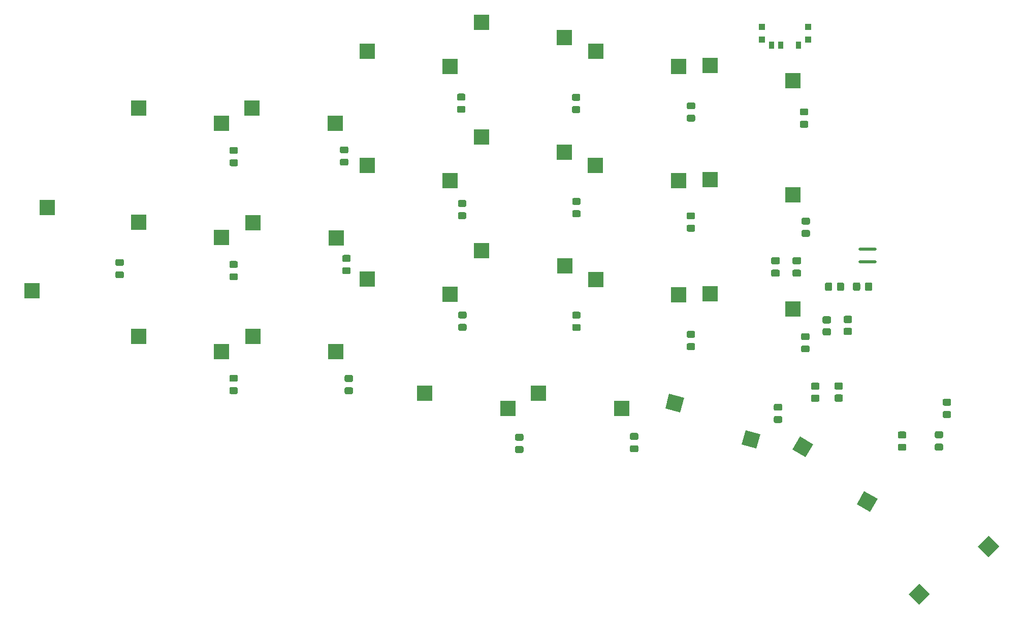
<source format=gtp>
G04 #@! TF.GenerationSoftware,KiCad,Pcbnew,(5.1.10)-1*
G04 #@! TF.CreationDate,2021-10-25T12:29:25+03:00*
G04 #@! TF.ProjectId,main_pcb,6d61696e-5f70-4636-922e-6b696361645f,rev?*
G04 #@! TF.SameCoordinates,Original*
G04 #@! TF.FileFunction,Paste,Top*
G04 #@! TF.FilePolarity,Positive*
%FSLAX46Y46*%
G04 Gerber Fmt 4.6, Leading zero omitted, Abs format (unit mm)*
G04 Created by KiCad (PCBNEW (5.1.10)-1) date 2021-10-25 12:29:25*
%MOMM*%
%LPD*%
G01*
G04 APERTURE LIST*
%ADD10R,0.900000X1.300000*%
%ADD11R,1.000000X1.000000*%
%ADD12C,0.100000*%
%ADD13R,2.550000X2.500000*%
%ADD14R,2.500000X2.550000*%
%ADD15O,3.000000X0.500000*%
G04 APERTURE END LIST*
D10*
X155255000Y-51072800D03*
X156755000Y-51072800D03*
X159755000Y-51072800D03*
D11*
X153655000Y-50122800D03*
X153655000Y-48022800D03*
X161355000Y-48022800D03*
X161355000Y-50122800D03*
G36*
G01*
X164890001Y-97517000D02*
X163989999Y-97517000D01*
G75*
G02*
X163740000Y-97267001I0J249999D01*
G01*
X163740000Y-96566999D01*
G75*
G02*
X163989999Y-96317000I249999J0D01*
G01*
X164890001Y-96317000D01*
G75*
G02*
X165140000Y-96566999I0J-249999D01*
G01*
X165140000Y-97267001D01*
G75*
G02*
X164890001Y-97517000I-249999J0D01*
G01*
G37*
G36*
G01*
X164890001Y-99517000D02*
X163989999Y-99517000D01*
G75*
G02*
X163740000Y-99267001I0J249999D01*
G01*
X163740000Y-98566999D01*
G75*
G02*
X163989999Y-98317000I249999J0D01*
G01*
X164890001Y-98317000D01*
G75*
G02*
X165140000Y-98566999I0J-249999D01*
G01*
X165140000Y-99267001D01*
G75*
G02*
X164890001Y-99517000I-249999J0D01*
G01*
G37*
G36*
G01*
X168395001Y-97440800D02*
X167494999Y-97440800D01*
G75*
G02*
X167245000Y-97190801I0J249999D01*
G01*
X167245000Y-96490799D01*
G75*
G02*
X167494999Y-96240800I249999J0D01*
G01*
X168395001Y-96240800D01*
G75*
G02*
X168645000Y-96490799I0J-249999D01*
G01*
X168645000Y-97190801D01*
G75*
G02*
X168395001Y-97440800I-249999J0D01*
G01*
G37*
G36*
G01*
X168395001Y-99440800D02*
X167494999Y-99440800D01*
G75*
G02*
X167245000Y-99190801I0J249999D01*
G01*
X167245000Y-98490799D01*
G75*
G02*
X167494999Y-98240800I249999J0D01*
G01*
X168395001Y-98240800D01*
G75*
G02*
X168645000Y-98490799I0J-249999D01*
G01*
X168645000Y-99190801D01*
G75*
G02*
X168395001Y-99440800I-249999J0D01*
G01*
G37*
G36*
G01*
X170809000Y-91813801D02*
X170809000Y-90913799D01*
G75*
G02*
X171058999Y-90663800I249999J0D01*
G01*
X171759001Y-90663800D01*
G75*
G02*
X172009000Y-90913799I0J-249999D01*
G01*
X172009000Y-91813801D01*
G75*
G02*
X171759001Y-92063800I-249999J0D01*
G01*
X171058999Y-92063800D01*
G75*
G02*
X170809000Y-91813801I0J249999D01*
G01*
G37*
G36*
G01*
X168809000Y-91813801D02*
X168809000Y-90913799D01*
G75*
G02*
X169058999Y-90663800I249999J0D01*
G01*
X169759001Y-90663800D01*
G75*
G02*
X170009000Y-90913799I0J-249999D01*
G01*
X170009000Y-91813801D01*
G75*
G02*
X169759001Y-92063800I-249999J0D01*
G01*
X169058999Y-92063800D01*
G75*
G02*
X168809000Y-91813801I0J249999D01*
G01*
G37*
G36*
G01*
X165335000Y-90939199D02*
X165335000Y-91839201D01*
G75*
G02*
X165085001Y-92089200I-249999J0D01*
G01*
X164384999Y-92089200D01*
G75*
G02*
X164135000Y-91839201I0J249999D01*
G01*
X164135000Y-90939199D01*
G75*
G02*
X164384999Y-90689200I249999J0D01*
G01*
X165085001Y-90689200D01*
G75*
G02*
X165335000Y-90939199I0J-249999D01*
G01*
G37*
G36*
G01*
X167335000Y-90939199D02*
X167335000Y-91839201D01*
G75*
G02*
X167085001Y-92089200I-249999J0D01*
G01*
X166384999Y-92089200D01*
G75*
G02*
X166135000Y-91839201I0J249999D01*
G01*
X166135000Y-90939199D01*
G75*
G02*
X166384999Y-90689200I249999J0D01*
G01*
X167085001Y-90689200D01*
G75*
G02*
X167335000Y-90939199I0J-249999D01*
G01*
G37*
G36*
G01*
X162959001Y-108591000D02*
X162058999Y-108591000D01*
G75*
G02*
X161809000Y-108341001I0J249999D01*
G01*
X161809000Y-107640999D01*
G75*
G02*
X162058999Y-107391000I249999J0D01*
G01*
X162959001Y-107391000D01*
G75*
G02*
X163209000Y-107640999I0J-249999D01*
G01*
X163209000Y-108341001D01*
G75*
G02*
X162959001Y-108591000I-249999J0D01*
G01*
G37*
G36*
G01*
X162959001Y-110591000D02*
X162058999Y-110591000D01*
G75*
G02*
X161809000Y-110341001I0J249999D01*
G01*
X161809000Y-109640999D01*
G75*
G02*
X162058999Y-109391000I249999J0D01*
G01*
X162959001Y-109391000D01*
G75*
G02*
X163209000Y-109640999I0J-249999D01*
G01*
X163209000Y-110341001D01*
G75*
G02*
X162959001Y-110591000I-249999J0D01*
G01*
G37*
G36*
G01*
X166871001Y-108566000D02*
X165970999Y-108566000D01*
G75*
G02*
X165721000Y-108316001I0J249999D01*
G01*
X165721000Y-107615999D01*
G75*
G02*
X165970999Y-107366000I249999J0D01*
G01*
X166871001Y-107366000D01*
G75*
G02*
X167121000Y-107615999I0J-249999D01*
G01*
X167121000Y-108316001D01*
G75*
G02*
X166871001Y-108566000I-249999J0D01*
G01*
G37*
G36*
G01*
X166871001Y-110566000D02*
X165970999Y-110566000D01*
G75*
G02*
X165721000Y-110316001I0J249999D01*
G01*
X165721000Y-109615999D01*
G75*
G02*
X165970999Y-109366000I249999J0D01*
G01*
X166871001Y-109366000D01*
G75*
G02*
X167121000Y-109615999I0J-249999D01*
G01*
X167121000Y-110316001D01*
G75*
G02*
X166871001Y-110566000I-249999J0D01*
G01*
G37*
D12*
G36*
X191445482Y-132918956D02*
G01*
X193213249Y-134686723D01*
X191410126Y-136489846D01*
X189642359Y-134722079D01*
X191445482Y-132918956D01*
G37*
G36*
X179856002Y-140916333D02*
G01*
X181623769Y-142684100D01*
X179820646Y-144487223D01*
X178052879Y-142719456D01*
X179856002Y-140916333D01*
G37*
G36*
X158710518Y-118554623D02*
G01*
X159960518Y-116389559D01*
X162168882Y-117664559D01*
X160918882Y-119829623D01*
X158710518Y-118554623D01*
G37*
G36*
X169434970Y-127679327D02*
G01*
X170684970Y-125514263D01*
X172893334Y-126789263D01*
X171643334Y-128954327D01*
X169434970Y-127679327D01*
G37*
G36*
X137524048Y-111690538D02*
G01*
X138171095Y-109275723D01*
X140634206Y-109935712D01*
X139987159Y-112350527D01*
X137524048Y-111690538D01*
G37*
G36*
X150244721Y-117728633D02*
G01*
X150891768Y-115313818D01*
X153354879Y-115973807D01*
X152707832Y-118388622D01*
X150244721Y-117728633D01*
G37*
D13*
X116392000Y-109195000D03*
X130242000Y-111735000D03*
X97418000Y-109195000D03*
X111268000Y-111735000D03*
X144967000Y-92583000D03*
X158817000Y-95123000D03*
X125922000Y-90200500D03*
X139772000Y-92740500D03*
X106897000Y-85399900D03*
X120747000Y-87939900D03*
X87817000Y-90106500D03*
X101667000Y-92646500D03*
X68767000Y-99695000D03*
X82617000Y-102235000D03*
X49717000Y-99695000D03*
X63567000Y-102235000D03*
X144967000Y-73533000D03*
X158817000Y-76073000D03*
X125854000Y-71120000D03*
X139704000Y-73660000D03*
X106867000Y-66357500D03*
X120717000Y-68897500D03*
X87817000Y-71120000D03*
X101667000Y-73660000D03*
X68830500Y-80708500D03*
X82680500Y-83248500D03*
X49717000Y-80645000D03*
X63567000Y-83185000D03*
D14*
X31940500Y-92015000D03*
X34480500Y-78165000D03*
D13*
X144967000Y-54483000D03*
X158817000Y-57023000D03*
X125917000Y-52070000D03*
X139767000Y-54610000D03*
X106867000Y-47244000D03*
X120717000Y-49784000D03*
X87817000Y-52070000D03*
X101667000Y-54610000D03*
X68640000Y-61595000D03*
X82490000Y-64135000D03*
X49717000Y-61595000D03*
X63567000Y-64135000D03*
D15*
X171196000Y-87249000D03*
X171196000Y-85090000D03*
G36*
G01*
X184905001Y-111234000D02*
X184004999Y-111234000D01*
G75*
G02*
X183755000Y-110984001I0J249999D01*
G01*
X183755000Y-110333999D01*
G75*
G02*
X184004999Y-110084000I249999J0D01*
G01*
X184905001Y-110084000D01*
G75*
G02*
X185155000Y-110333999I0J-249999D01*
G01*
X185155000Y-110984001D01*
G75*
G02*
X184905001Y-111234000I-249999J0D01*
G01*
G37*
G36*
G01*
X184905001Y-113284000D02*
X184004999Y-113284000D01*
G75*
G02*
X183755000Y-113034001I0J249999D01*
G01*
X183755000Y-112383999D01*
G75*
G02*
X184004999Y-112134000I249999J0D01*
G01*
X184905001Y-112134000D01*
G75*
G02*
X185155000Y-112383999I0J-249999D01*
G01*
X185155000Y-113034001D01*
G75*
G02*
X184905001Y-113284000I-249999J0D01*
G01*
G37*
G36*
G01*
X183584001Y-116669000D02*
X182683999Y-116669000D01*
G75*
G02*
X182434000Y-116419001I0J249999D01*
G01*
X182434000Y-115768999D01*
G75*
G02*
X182683999Y-115519000I249999J0D01*
G01*
X183584001Y-115519000D01*
G75*
G02*
X183834000Y-115768999I0J-249999D01*
G01*
X183834000Y-116419001D01*
G75*
G02*
X183584001Y-116669000I-249999J0D01*
G01*
G37*
G36*
G01*
X183584001Y-118719000D02*
X182683999Y-118719000D01*
G75*
G02*
X182434000Y-118469001I0J249999D01*
G01*
X182434000Y-117818999D01*
G75*
G02*
X182683999Y-117569000I249999J0D01*
G01*
X183584001Y-117569000D01*
G75*
G02*
X183834000Y-117818999I0J-249999D01*
G01*
X183834000Y-118469001D01*
G75*
G02*
X183584001Y-118719000I-249999J0D01*
G01*
G37*
G36*
G01*
X177437001Y-116695000D02*
X176536999Y-116695000D01*
G75*
G02*
X176287000Y-116445001I0J249999D01*
G01*
X176287000Y-115794999D01*
G75*
G02*
X176536999Y-115545000I249999J0D01*
G01*
X177437001Y-115545000D01*
G75*
G02*
X177687000Y-115794999I0J-249999D01*
G01*
X177687000Y-116445001D01*
G75*
G02*
X177437001Y-116695000I-249999J0D01*
G01*
G37*
G36*
G01*
X177437001Y-118745000D02*
X176536999Y-118745000D01*
G75*
G02*
X176287000Y-118495001I0J249999D01*
G01*
X176287000Y-117844999D01*
G75*
G02*
X176536999Y-117595000I249999J0D01*
G01*
X177437001Y-117595000D01*
G75*
G02*
X177687000Y-117844999I0J-249999D01*
G01*
X177687000Y-118495001D01*
G75*
G02*
X177437001Y-118745000I-249999J0D01*
G01*
G37*
G36*
G01*
X156762001Y-112072000D02*
X155861999Y-112072000D01*
G75*
G02*
X155612000Y-111822001I0J249999D01*
G01*
X155612000Y-111171999D01*
G75*
G02*
X155861999Y-110922000I249999J0D01*
G01*
X156762001Y-110922000D01*
G75*
G02*
X157012000Y-111171999I0J-249999D01*
G01*
X157012000Y-111822001D01*
G75*
G02*
X156762001Y-112072000I-249999J0D01*
G01*
G37*
G36*
G01*
X156762001Y-114122000D02*
X155861999Y-114122000D01*
G75*
G02*
X155612000Y-113872001I0J249999D01*
G01*
X155612000Y-113221999D01*
G75*
G02*
X155861999Y-112972000I249999J0D01*
G01*
X156762001Y-112972000D01*
G75*
G02*
X157012000Y-113221999I0J-249999D01*
G01*
X157012000Y-113872001D01*
G75*
G02*
X156762001Y-114122000I-249999J0D01*
G01*
G37*
G36*
G01*
X132784001Y-116949000D02*
X131883999Y-116949000D01*
G75*
G02*
X131634000Y-116699001I0J249999D01*
G01*
X131634000Y-116048999D01*
G75*
G02*
X131883999Y-115799000I249999J0D01*
G01*
X132784001Y-115799000D01*
G75*
G02*
X133034000Y-116048999I0J-249999D01*
G01*
X133034000Y-116699001D01*
G75*
G02*
X132784001Y-116949000I-249999J0D01*
G01*
G37*
G36*
G01*
X132784001Y-118999000D02*
X131883999Y-118999000D01*
G75*
G02*
X131634000Y-118749001I0J249999D01*
G01*
X131634000Y-118098999D01*
G75*
G02*
X131883999Y-117849000I249999J0D01*
G01*
X132784001Y-117849000D01*
G75*
G02*
X133034000Y-118098999I0J-249999D01*
G01*
X133034000Y-118749001D01*
G75*
G02*
X132784001Y-118999000I-249999J0D01*
G01*
G37*
G36*
G01*
X113632001Y-117076000D02*
X112731999Y-117076000D01*
G75*
G02*
X112482000Y-116826001I0J249999D01*
G01*
X112482000Y-116175999D01*
G75*
G02*
X112731999Y-115926000I249999J0D01*
G01*
X113632001Y-115926000D01*
G75*
G02*
X113882000Y-116175999I0J-249999D01*
G01*
X113882000Y-116826001D01*
G75*
G02*
X113632001Y-117076000I-249999J0D01*
G01*
G37*
G36*
G01*
X113632001Y-119126000D02*
X112731999Y-119126000D01*
G75*
G02*
X112482000Y-118876001I0J249999D01*
G01*
X112482000Y-118225999D01*
G75*
G02*
X112731999Y-117976000I249999J0D01*
G01*
X113632001Y-117976000D01*
G75*
G02*
X113882000Y-118225999I0J-249999D01*
G01*
X113882000Y-118876001D01*
G75*
G02*
X113632001Y-119126000I-249999J0D01*
G01*
G37*
G36*
G01*
X161308001Y-100286000D02*
X160407999Y-100286000D01*
G75*
G02*
X160158000Y-100036001I0J249999D01*
G01*
X160158000Y-99385999D01*
G75*
G02*
X160407999Y-99136000I249999J0D01*
G01*
X161308001Y-99136000D01*
G75*
G02*
X161558000Y-99385999I0J-249999D01*
G01*
X161558000Y-100036001D01*
G75*
G02*
X161308001Y-100286000I-249999J0D01*
G01*
G37*
G36*
G01*
X161308001Y-102336000D02*
X160407999Y-102336000D01*
G75*
G02*
X160158000Y-102086001I0J249999D01*
G01*
X160158000Y-101435999D01*
G75*
G02*
X160407999Y-101186000I249999J0D01*
G01*
X161308001Y-101186000D01*
G75*
G02*
X161558000Y-101435999I0J-249999D01*
G01*
X161558000Y-102086001D01*
G75*
G02*
X161308001Y-102336000I-249999J0D01*
G01*
G37*
G36*
G01*
X142233001Y-99905000D02*
X141332999Y-99905000D01*
G75*
G02*
X141083000Y-99655001I0J249999D01*
G01*
X141083000Y-99004999D01*
G75*
G02*
X141332999Y-98755000I249999J0D01*
G01*
X142233001Y-98755000D01*
G75*
G02*
X142483000Y-99004999I0J-249999D01*
G01*
X142483000Y-99655001D01*
G75*
G02*
X142233001Y-99905000I-249999J0D01*
G01*
G37*
G36*
G01*
X142233001Y-101955000D02*
X141332999Y-101955000D01*
G75*
G02*
X141083000Y-101705001I0J249999D01*
G01*
X141083000Y-101054999D01*
G75*
G02*
X141332999Y-100805000I249999J0D01*
G01*
X142233001Y-100805000D01*
G75*
G02*
X142483000Y-101054999I0J-249999D01*
G01*
X142483000Y-101705001D01*
G75*
G02*
X142233001Y-101955000I-249999J0D01*
G01*
G37*
G36*
G01*
X123157001Y-96705000D02*
X122256999Y-96705000D01*
G75*
G02*
X122007000Y-96455001I0J249999D01*
G01*
X122007000Y-95804999D01*
G75*
G02*
X122256999Y-95555000I249999J0D01*
G01*
X123157001Y-95555000D01*
G75*
G02*
X123407000Y-95804999I0J-249999D01*
G01*
X123407000Y-96455001D01*
G75*
G02*
X123157001Y-96705000I-249999J0D01*
G01*
G37*
G36*
G01*
X123157001Y-98755000D02*
X122256999Y-98755000D01*
G75*
G02*
X122007000Y-98505001I0J249999D01*
G01*
X122007000Y-97854999D01*
G75*
G02*
X122256999Y-97605000I249999J0D01*
G01*
X123157001Y-97605000D01*
G75*
G02*
X123407000Y-97854999I0J-249999D01*
G01*
X123407000Y-98505001D01*
G75*
G02*
X123157001Y-98755000I-249999J0D01*
G01*
G37*
G36*
G01*
X104158001Y-96679600D02*
X103257999Y-96679600D01*
G75*
G02*
X103008000Y-96429601I0J249999D01*
G01*
X103008000Y-95779599D01*
G75*
G02*
X103257999Y-95529600I249999J0D01*
G01*
X104158001Y-95529600D01*
G75*
G02*
X104408000Y-95779599I0J-249999D01*
G01*
X104408000Y-96429601D01*
G75*
G02*
X104158001Y-96679600I-249999J0D01*
G01*
G37*
G36*
G01*
X104158001Y-98729600D02*
X103257999Y-98729600D01*
G75*
G02*
X103008000Y-98479601I0J249999D01*
G01*
X103008000Y-97829599D01*
G75*
G02*
X103257999Y-97579600I249999J0D01*
G01*
X104158001Y-97579600D01*
G75*
G02*
X104408000Y-97829599I0J-249999D01*
G01*
X104408000Y-98479601D01*
G75*
G02*
X104158001Y-98729600I-249999J0D01*
G01*
G37*
G36*
G01*
X85209801Y-107271000D02*
X84309799Y-107271000D01*
G75*
G02*
X84059800Y-107021001I0J249999D01*
G01*
X84059800Y-106370999D01*
G75*
G02*
X84309799Y-106121000I249999J0D01*
G01*
X85209801Y-106121000D01*
G75*
G02*
X85459800Y-106370999I0J-249999D01*
G01*
X85459800Y-107021001D01*
G75*
G02*
X85209801Y-107271000I-249999J0D01*
G01*
G37*
G36*
G01*
X85209801Y-109321000D02*
X84309799Y-109321000D01*
G75*
G02*
X84059800Y-109071001I0J249999D01*
G01*
X84059800Y-108420999D01*
G75*
G02*
X84309799Y-108171000I249999J0D01*
G01*
X85209801Y-108171000D01*
G75*
G02*
X85459800Y-108420999I0J-249999D01*
G01*
X85459800Y-109071001D01*
G75*
G02*
X85209801Y-109321000I-249999J0D01*
G01*
G37*
G36*
G01*
X66007401Y-107246000D02*
X65107399Y-107246000D01*
G75*
G02*
X64857400Y-106996001I0J249999D01*
G01*
X64857400Y-106345999D01*
G75*
G02*
X65107399Y-106096000I249999J0D01*
G01*
X66007401Y-106096000D01*
G75*
G02*
X66257400Y-106345999I0J-249999D01*
G01*
X66257400Y-106996001D01*
G75*
G02*
X66007401Y-107246000I-249999J0D01*
G01*
G37*
G36*
G01*
X66007401Y-109296000D02*
X65107399Y-109296000D01*
G75*
G02*
X64857400Y-109046001I0J249999D01*
G01*
X64857400Y-108395999D01*
G75*
G02*
X65107399Y-108146000I249999J0D01*
G01*
X66007401Y-108146000D01*
G75*
G02*
X66257400Y-108395999I0J-249999D01*
G01*
X66257400Y-109046001D01*
G75*
G02*
X66007401Y-109296000I-249999J0D01*
G01*
G37*
G36*
G01*
X161384001Y-81007800D02*
X160483999Y-81007800D01*
G75*
G02*
X160234000Y-80757801I0J249999D01*
G01*
X160234000Y-80107799D01*
G75*
G02*
X160483999Y-79857800I249999J0D01*
G01*
X161384001Y-79857800D01*
G75*
G02*
X161634000Y-80107799I0J-249999D01*
G01*
X161634000Y-80757801D01*
G75*
G02*
X161384001Y-81007800I-249999J0D01*
G01*
G37*
G36*
G01*
X161384001Y-83057800D02*
X160483999Y-83057800D01*
G75*
G02*
X160234000Y-82807801I0J249999D01*
G01*
X160234000Y-82157799D01*
G75*
G02*
X160483999Y-81907800I249999J0D01*
G01*
X161384001Y-81907800D01*
G75*
G02*
X161634000Y-82157799I0J-249999D01*
G01*
X161634000Y-82807801D01*
G75*
G02*
X161384001Y-83057800I-249999J0D01*
G01*
G37*
G36*
G01*
X142233001Y-80144200D02*
X141332999Y-80144200D01*
G75*
G02*
X141083000Y-79894201I0J249999D01*
G01*
X141083000Y-79244199D01*
G75*
G02*
X141332999Y-78994200I249999J0D01*
G01*
X142233001Y-78994200D01*
G75*
G02*
X142483000Y-79244199I0J-249999D01*
G01*
X142483000Y-79894201D01*
G75*
G02*
X142233001Y-80144200I-249999J0D01*
G01*
G37*
G36*
G01*
X142233001Y-82194200D02*
X141332999Y-82194200D01*
G75*
G02*
X141083000Y-81944201I0J249999D01*
G01*
X141083000Y-81294199D01*
G75*
G02*
X141332999Y-81044200I249999J0D01*
G01*
X142233001Y-81044200D01*
G75*
G02*
X142483000Y-81294199I0J-249999D01*
G01*
X142483000Y-81944201D01*
G75*
G02*
X142233001Y-82194200I-249999J0D01*
G01*
G37*
G36*
G01*
X123157001Y-77731200D02*
X122256999Y-77731200D01*
G75*
G02*
X122007000Y-77481201I0J249999D01*
G01*
X122007000Y-76831199D01*
G75*
G02*
X122256999Y-76581200I249999J0D01*
G01*
X123157001Y-76581200D01*
G75*
G02*
X123407000Y-76831199I0J-249999D01*
G01*
X123407000Y-77481201D01*
G75*
G02*
X123157001Y-77731200I-249999J0D01*
G01*
G37*
G36*
G01*
X123157001Y-79781200D02*
X122256999Y-79781200D01*
G75*
G02*
X122007000Y-79531201I0J249999D01*
G01*
X122007000Y-78881199D01*
G75*
G02*
X122256999Y-78631200I249999J0D01*
G01*
X123157001Y-78631200D01*
G75*
G02*
X123407000Y-78881199I0J-249999D01*
G01*
X123407000Y-79531201D01*
G75*
G02*
X123157001Y-79781200I-249999J0D01*
G01*
G37*
G36*
G01*
X104107001Y-78061400D02*
X103206999Y-78061400D01*
G75*
G02*
X102957000Y-77811401I0J249999D01*
G01*
X102957000Y-77161399D01*
G75*
G02*
X103206999Y-76911400I249999J0D01*
G01*
X104107001Y-76911400D01*
G75*
G02*
X104357000Y-77161399I0J-249999D01*
G01*
X104357000Y-77811401D01*
G75*
G02*
X104107001Y-78061400I-249999J0D01*
G01*
G37*
G36*
G01*
X104107001Y-80111400D02*
X103206999Y-80111400D01*
G75*
G02*
X102957000Y-79861401I0J249999D01*
G01*
X102957000Y-79211399D01*
G75*
G02*
X103206999Y-78961400I249999J0D01*
G01*
X104107001Y-78961400D01*
G75*
G02*
X104357000Y-79211399I0J-249999D01*
G01*
X104357000Y-79861401D01*
G75*
G02*
X104107001Y-80111400I-249999J0D01*
G01*
G37*
G36*
G01*
X84828801Y-87230800D02*
X83928799Y-87230800D01*
G75*
G02*
X83678800Y-86980801I0J249999D01*
G01*
X83678800Y-86330799D01*
G75*
G02*
X83928799Y-86080800I249999J0D01*
G01*
X84828801Y-86080800D01*
G75*
G02*
X85078800Y-86330799I0J-249999D01*
G01*
X85078800Y-86980801D01*
G75*
G02*
X84828801Y-87230800I-249999J0D01*
G01*
G37*
G36*
G01*
X84828801Y-89280800D02*
X83928799Y-89280800D01*
G75*
G02*
X83678800Y-89030801I0J249999D01*
G01*
X83678800Y-88380799D01*
G75*
G02*
X83928799Y-88130800I249999J0D01*
G01*
X84828801Y-88130800D01*
G75*
G02*
X85078800Y-88380799I0J-249999D01*
G01*
X85078800Y-89030801D01*
G75*
G02*
X84828801Y-89280800I-249999J0D01*
G01*
G37*
G36*
G01*
X66007401Y-88246800D02*
X65107399Y-88246800D01*
G75*
G02*
X64857400Y-87996801I0J249999D01*
G01*
X64857400Y-87346799D01*
G75*
G02*
X65107399Y-87096800I249999J0D01*
G01*
X66007401Y-87096800D01*
G75*
G02*
X66257400Y-87346799I0J-249999D01*
G01*
X66257400Y-87996801D01*
G75*
G02*
X66007401Y-88246800I-249999J0D01*
G01*
G37*
G36*
G01*
X66007401Y-90296800D02*
X65107399Y-90296800D01*
G75*
G02*
X64857400Y-90046801I0J249999D01*
G01*
X64857400Y-89396799D01*
G75*
G02*
X65107399Y-89146800I249999J0D01*
G01*
X66007401Y-89146800D01*
G75*
G02*
X66257400Y-89396799I0J-249999D01*
G01*
X66257400Y-90046801D01*
G75*
G02*
X66007401Y-90296800I-249999J0D01*
G01*
G37*
G36*
G01*
X47008201Y-87916600D02*
X46108199Y-87916600D01*
G75*
G02*
X45858200Y-87666601I0J249999D01*
G01*
X45858200Y-87016599D01*
G75*
G02*
X46108199Y-86766600I249999J0D01*
G01*
X47008201Y-86766600D01*
G75*
G02*
X47258200Y-87016599I0J-249999D01*
G01*
X47258200Y-87666601D01*
G75*
G02*
X47008201Y-87916600I-249999J0D01*
G01*
G37*
G36*
G01*
X47008201Y-89966600D02*
X46108199Y-89966600D01*
G75*
G02*
X45858200Y-89716601I0J249999D01*
G01*
X45858200Y-89066599D01*
G75*
G02*
X46108199Y-88816600I249999J0D01*
G01*
X47008201Y-88816600D01*
G75*
G02*
X47258200Y-89066599I0J-249999D01*
G01*
X47258200Y-89716601D01*
G75*
G02*
X47008201Y-89966600I-249999J0D01*
G01*
G37*
G36*
G01*
X161105001Y-62796000D02*
X160204999Y-62796000D01*
G75*
G02*
X159955000Y-62546001I0J249999D01*
G01*
X159955000Y-61895999D01*
G75*
G02*
X160204999Y-61646000I249999J0D01*
G01*
X161105001Y-61646000D01*
G75*
G02*
X161355000Y-61895999I0J-249999D01*
G01*
X161355000Y-62546001D01*
G75*
G02*
X161105001Y-62796000I-249999J0D01*
G01*
G37*
G36*
G01*
X161105001Y-64846000D02*
X160204999Y-64846000D01*
G75*
G02*
X159955000Y-64596001I0J249999D01*
G01*
X159955000Y-63945999D01*
G75*
G02*
X160204999Y-63696000I249999J0D01*
G01*
X161105001Y-63696000D01*
G75*
G02*
X161355000Y-63945999I0J-249999D01*
G01*
X161355000Y-64596001D01*
G75*
G02*
X161105001Y-64846000I-249999J0D01*
G01*
G37*
G36*
G01*
X142258001Y-61780000D02*
X141357999Y-61780000D01*
G75*
G02*
X141108000Y-61530001I0J249999D01*
G01*
X141108000Y-60879999D01*
G75*
G02*
X141357999Y-60630000I249999J0D01*
G01*
X142258001Y-60630000D01*
G75*
G02*
X142508000Y-60879999I0J-249999D01*
G01*
X142508000Y-61530001D01*
G75*
G02*
X142258001Y-61780000I-249999J0D01*
G01*
G37*
G36*
G01*
X142258001Y-63830000D02*
X141357999Y-63830000D01*
G75*
G02*
X141108000Y-63580001I0J249999D01*
G01*
X141108000Y-62929999D01*
G75*
G02*
X141357999Y-62680000I249999J0D01*
G01*
X142258001Y-62680000D01*
G75*
G02*
X142508000Y-62929999I0J-249999D01*
G01*
X142508000Y-63580001D01*
G75*
G02*
X142258001Y-63830000I-249999J0D01*
G01*
G37*
G36*
G01*
X123107001Y-60357600D02*
X122206999Y-60357600D01*
G75*
G02*
X121957000Y-60107601I0J249999D01*
G01*
X121957000Y-59457599D01*
G75*
G02*
X122206999Y-59207600I249999J0D01*
G01*
X123107001Y-59207600D01*
G75*
G02*
X123357000Y-59457599I0J-249999D01*
G01*
X123357000Y-60107601D01*
G75*
G02*
X123107001Y-60357600I-249999J0D01*
G01*
G37*
G36*
G01*
X123107001Y-62407600D02*
X122206999Y-62407600D01*
G75*
G02*
X121957000Y-62157601I0J249999D01*
G01*
X121957000Y-61507599D01*
G75*
G02*
X122206999Y-61257600I249999J0D01*
G01*
X123107001Y-61257600D01*
G75*
G02*
X123357000Y-61507599I0J-249999D01*
G01*
X123357000Y-62157601D01*
G75*
G02*
X123107001Y-62407600I-249999J0D01*
G01*
G37*
G36*
G01*
X103955001Y-60306800D02*
X103054999Y-60306800D01*
G75*
G02*
X102805000Y-60056801I0J249999D01*
G01*
X102805000Y-59406799D01*
G75*
G02*
X103054999Y-59156800I249999J0D01*
G01*
X103955001Y-59156800D01*
G75*
G02*
X104205000Y-59406799I0J-249999D01*
G01*
X104205000Y-60056801D01*
G75*
G02*
X103955001Y-60306800I-249999J0D01*
G01*
G37*
G36*
G01*
X103955001Y-62356800D02*
X103054999Y-62356800D01*
G75*
G02*
X102805000Y-62106801I0J249999D01*
G01*
X102805000Y-61456799D01*
G75*
G02*
X103054999Y-61206800I249999J0D01*
G01*
X103955001Y-61206800D01*
G75*
G02*
X104205000Y-61456799I0J-249999D01*
G01*
X104205000Y-62106801D01*
G75*
G02*
X103955001Y-62356800I-249999J0D01*
G01*
G37*
G36*
G01*
X84447801Y-69120600D02*
X83547799Y-69120600D01*
G75*
G02*
X83297800Y-68870601I0J249999D01*
G01*
X83297800Y-68220599D01*
G75*
G02*
X83547799Y-67970600I249999J0D01*
G01*
X84447801Y-67970600D01*
G75*
G02*
X84697800Y-68220599I0J-249999D01*
G01*
X84697800Y-68870601D01*
G75*
G02*
X84447801Y-69120600I-249999J0D01*
G01*
G37*
G36*
G01*
X84447801Y-71170600D02*
X83547799Y-71170600D01*
G75*
G02*
X83297800Y-70920601I0J249999D01*
G01*
X83297800Y-70270599D01*
G75*
G02*
X83547799Y-70020600I249999J0D01*
G01*
X84447801Y-70020600D01*
G75*
G02*
X84697800Y-70270599I0J-249999D01*
G01*
X84697800Y-70920601D01*
G75*
G02*
X84447801Y-71170600I-249999J0D01*
G01*
G37*
G36*
G01*
X66032801Y-69222200D02*
X65132799Y-69222200D01*
G75*
G02*
X64882800Y-68972201I0J249999D01*
G01*
X64882800Y-68322199D01*
G75*
G02*
X65132799Y-68072200I249999J0D01*
G01*
X66032801Y-68072200D01*
G75*
G02*
X66282800Y-68322199I0J-249999D01*
G01*
X66282800Y-68972201D01*
G75*
G02*
X66032801Y-69222200I-249999J0D01*
G01*
G37*
G36*
G01*
X66032801Y-71272200D02*
X65132799Y-71272200D01*
G75*
G02*
X64882800Y-71022201I0J249999D01*
G01*
X64882800Y-70372199D01*
G75*
G02*
X65132799Y-70122200I249999J0D01*
G01*
X66032801Y-70122200D01*
G75*
G02*
X66282800Y-70372199I0J-249999D01*
G01*
X66282800Y-71022201D01*
G75*
G02*
X66032801Y-71272200I-249999J0D01*
G01*
G37*
G36*
G01*
X156355000Y-87637200D02*
X155405000Y-87637200D01*
G75*
G02*
X155155000Y-87387200I0J250000D01*
G01*
X155155000Y-86712200D01*
G75*
G02*
X155405000Y-86462200I250000J0D01*
G01*
X156355000Y-86462200D01*
G75*
G02*
X156605000Y-86712200I0J-250000D01*
G01*
X156605000Y-87387200D01*
G75*
G02*
X156355000Y-87637200I-250000J0D01*
G01*
G37*
G36*
G01*
X156355000Y-89712200D02*
X155405000Y-89712200D01*
G75*
G02*
X155155000Y-89462200I0J250000D01*
G01*
X155155000Y-88787200D01*
G75*
G02*
X155405000Y-88537200I250000J0D01*
G01*
X156355000Y-88537200D01*
G75*
G02*
X156605000Y-88787200I0J-250000D01*
G01*
X156605000Y-89462200D01*
G75*
G02*
X156355000Y-89712200I-250000J0D01*
G01*
G37*
G36*
G01*
X159911000Y-87637200D02*
X158961000Y-87637200D01*
G75*
G02*
X158711000Y-87387200I0J250000D01*
G01*
X158711000Y-86712200D01*
G75*
G02*
X158961000Y-86462200I250000J0D01*
G01*
X159911000Y-86462200D01*
G75*
G02*
X160161000Y-86712200I0J-250000D01*
G01*
X160161000Y-87387200D01*
G75*
G02*
X159911000Y-87637200I-250000J0D01*
G01*
G37*
G36*
G01*
X159911000Y-89712200D02*
X158961000Y-89712200D01*
G75*
G02*
X158711000Y-89462200I0J250000D01*
G01*
X158711000Y-88787200D01*
G75*
G02*
X158961000Y-88537200I250000J0D01*
G01*
X159911000Y-88537200D01*
G75*
G02*
X160161000Y-88787200I0J-250000D01*
G01*
X160161000Y-89462200D01*
G75*
G02*
X159911000Y-89712200I-250000J0D01*
G01*
G37*
M02*

</source>
